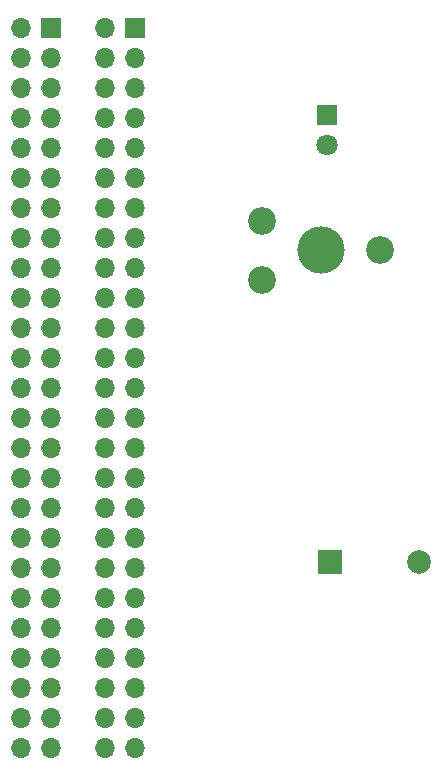
<source format=gbr>
%TF.GenerationSoftware,KiCad,Pcbnew,7.0.1*%
%TF.CreationDate,2023-06-06T22:13:03-06:00*%
%TF.ProjectId,CarSensor,43617253-656e-4736-9f72-2e6b69636164,rev?*%
%TF.SameCoordinates,Original*%
%TF.FileFunction,Soldermask,Bot*%
%TF.FilePolarity,Negative*%
%FSLAX46Y46*%
G04 Gerber Fmt 4.6, Leading zero omitted, Abs format (unit mm)*
G04 Created by KiCad (PCBNEW 7.0.1) date 2023-06-06 22:13:03*
%MOMM*%
%LPD*%
G01*
G04 APERTURE LIST*
%ADD10C,2.340000*%
%ADD11C,4.000000*%
%ADD12R,1.700000X1.700000*%
%ADD13O,1.700000X1.700000*%
%ADD14C,1.800000*%
%ADD15R,1.800000X1.800000*%
%ADD16R,2.000000X2.000000*%
%ADD17C,2.000000*%
G04 APERTURE END LIST*
D10*
%TO.C,RV1*%
X113618000Y-67579000D03*
X123618000Y-70079000D03*
X113618000Y-72579000D03*
D11*
X118618000Y-70079000D03*
%TD*%
D12*
%TO.C,P2*%
X95758000Y-51308000D03*
D13*
X93218000Y-51308000D03*
X95758000Y-53848000D03*
X93218000Y-53848000D03*
X95758000Y-56388000D03*
X93218000Y-56388000D03*
X95758000Y-58928000D03*
X93218000Y-58928000D03*
X95758000Y-61468000D03*
X93218000Y-61468000D03*
X95758000Y-64008000D03*
X93218000Y-64008000D03*
X95758000Y-66548000D03*
X93218000Y-66548000D03*
X95758000Y-69088000D03*
X93218000Y-69088000D03*
X95758000Y-71628000D03*
X93218000Y-71628000D03*
X95758000Y-74168000D03*
X93218000Y-74168000D03*
X95758000Y-76708000D03*
X93218000Y-76708000D03*
X95758000Y-79248000D03*
X93218000Y-79248000D03*
X95758000Y-81788000D03*
X93218000Y-81788000D03*
X95758000Y-84328000D03*
X93218000Y-84328000D03*
X95758000Y-86868000D03*
X93218000Y-86868000D03*
X95758000Y-89408000D03*
X93218000Y-89408000D03*
X95758000Y-91948000D03*
X93218000Y-91948000D03*
X95758000Y-94488000D03*
X93218000Y-94488000D03*
X95758000Y-97028000D03*
X93218000Y-97028000D03*
X95758000Y-99568000D03*
X93218000Y-99568000D03*
X95758000Y-102108000D03*
X93218000Y-102108000D03*
X95758000Y-104648000D03*
X93218000Y-104648000D03*
X95758000Y-107188000D03*
X93218000Y-107188000D03*
X95758000Y-109728000D03*
X93218000Y-109728000D03*
X95758000Y-112268000D03*
X93218000Y-112268000D03*
%TD*%
D12*
%TO.C,P1*%
X102870000Y-51308000D03*
D13*
X100330000Y-51308000D03*
X102870000Y-53848000D03*
X100330000Y-53848000D03*
X102870000Y-56388000D03*
X100330000Y-56388000D03*
X102870000Y-58928000D03*
X100330000Y-58928000D03*
X102870000Y-61468000D03*
X100330000Y-61468000D03*
X102870000Y-64008000D03*
X100330000Y-64008000D03*
X102870000Y-66548000D03*
X100330000Y-66548000D03*
X102870000Y-69088000D03*
X100330000Y-69088000D03*
X102870000Y-71628000D03*
X100330000Y-71628000D03*
X102870000Y-74168000D03*
X100330000Y-74168000D03*
X102870000Y-76708000D03*
X100330000Y-76708000D03*
X102870000Y-79248000D03*
X100330000Y-79248000D03*
X102870000Y-81788000D03*
X100330000Y-81788000D03*
X102870000Y-84328000D03*
X100330000Y-84328000D03*
X102870000Y-86868000D03*
X100330000Y-86868000D03*
X102870000Y-89408000D03*
X100330000Y-89408000D03*
X102870000Y-91948000D03*
X100330000Y-91948000D03*
X102870000Y-94488000D03*
X100330000Y-94488000D03*
X102870000Y-97028000D03*
X100330000Y-97028000D03*
X102870000Y-99568000D03*
X100330000Y-99568000D03*
X102870000Y-102108000D03*
X100330000Y-102108000D03*
X102870000Y-104648000D03*
X100330000Y-104648000D03*
X102870000Y-107188000D03*
X100330000Y-107188000D03*
X102870000Y-109728000D03*
X100330000Y-109728000D03*
X102870000Y-112268000D03*
X100330000Y-112268000D03*
%TD*%
D14*
%TO.C,D2*%
X119126000Y-61214000D03*
D15*
X119126000Y-58674000D03*
%TD*%
D16*
%TO.C,BZ1*%
X119390000Y-96520000D03*
D17*
X126990000Y-96520000D03*
%TD*%
M02*

</source>
